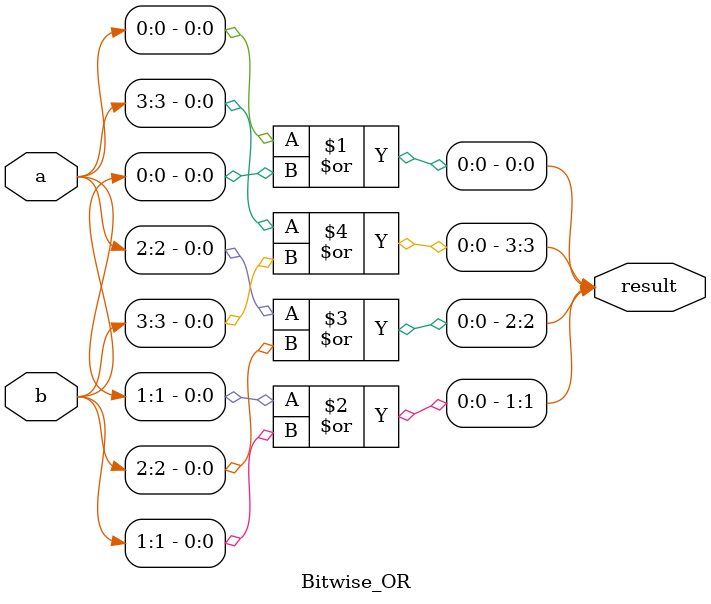
<source format=v>
module Bitwise_OR(output[3:0] result,input[3:0]a,b);//Definition of variables entering and exiting the OR gate

or(result[0],a[0],b[0]);/*In the first or gate the input is a[0]&b[0] ,the gate do the OR opration between 
                          them and out the result in result [0]*/
or(result[1],a[1],b[1]);

or(result[2],a[2],b[2]);

or(result[3],a[3],b[3]);

endmodule
</source>
